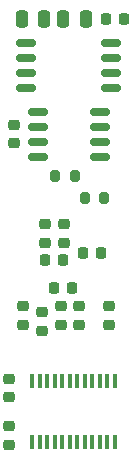
<source format=gbr>
%TF.GenerationSoftware,KiCad,Pcbnew,9.0.2-9.0.2-0~ubuntu22.04.1*%
%TF.CreationDate,2025-06-23T10:34:33-07:00*%
%TF.ProjectId,ds1486,64733134-3836-42e6-9b69-6361645f7063,rev?*%
%TF.SameCoordinates,Original*%
%TF.FileFunction,Paste,Bot*%
%TF.FilePolarity,Positive*%
%FSLAX46Y46*%
G04 Gerber Fmt 4.6, Leading zero omitted, Abs format (unit mm)*
G04 Created by KiCad (PCBNEW 9.0.2-9.0.2-0~ubuntu22.04.1) date 2025-06-23 10:34:33*
%MOMM*%
%LPD*%
G01*
G04 APERTURE LIST*
G04 Aperture macros list*
%AMRoundRect*
0 Rectangle with rounded corners*
0 $1 Rounding radius*
0 $2 $3 $4 $5 $6 $7 $8 $9 X,Y pos of 4 corners*
0 Add a 4 corners polygon primitive as box body*
4,1,4,$2,$3,$4,$5,$6,$7,$8,$9,$2,$3,0*
0 Add four circle primitives for the rounded corners*
1,1,$1+$1,$2,$3*
1,1,$1+$1,$4,$5*
1,1,$1+$1,$6,$7*
1,1,$1+$1,$8,$9*
0 Add four rect primitives between the rounded corners*
20,1,$1+$1,$2,$3,$4,$5,0*
20,1,$1+$1,$4,$5,$6,$7,0*
20,1,$1+$1,$6,$7,$8,$9,0*
20,1,$1+$1,$8,$9,$2,$3,0*%
G04 Aperture macros list end*
%ADD10RoundRect,0.225000X-0.250000X0.225000X-0.250000X-0.225000X0.250000X-0.225000X0.250000X0.225000X0*%
%ADD11RoundRect,0.200000X-0.200000X-0.275000X0.200000X-0.275000X0.200000X0.275000X-0.200000X0.275000X0*%
%ADD12RoundRect,0.225000X-0.225000X-0.250000X0.225000X-0.250000X0.225000X0.250000X-0.225000X0.250000X0*%
%ADD13RoundRect,0.150000X0.675000X0.150000X-0.675000X0.150000X-0.675000X-0.150000X0.675000X-0.150000X0*%
%ADD14RoundRect,0.250000X0.250000X0.475000X-0.250000X0.475000X-0.250000X-0.475000X0.250000X-0.475000X0*%
%ADD15RoundRect,0.250000X-0.250000X-0.475000X0.250000X-0.475000X0.250000X0.475000X-0.250000X0.475000X0*%
%ADD16RoundRect,0.225000X0.250000X-0.225000X0.250000X0.225000X-0.250000X0.225000X-0.250000X-0.225000X0*%
%ADD17RoundRect,0.162500X0.650000X0.162500X-0.650000X0.162500X-0.650000X-0.162500X0.650000X-0.162500X0*%
%ADD18RoundRect,0.225000X0.225000X0.250000X-0.225000X0.250000X-0.225000X-0.250000X0.225000X-0.250000X0*%
%ADD19R,0.400000X1.200000*%
G04 APERTURE END LIST*
D10*
%TO.C,C20*%
X114900000Y-73400000D03*
X114900000Y-74950000D03*
%TD*%
D11*
%TO.C,R38*%
X118400000Y-77750000D03*
X120050000Y-77750000D03*
%TD*%
D12*
%TO.C,C11*%
X118250000Y-87200000D03*
X119800000Y-87200000D03*
%TD*%
D13*
%TO.C,U6*%
X122200000Y-72340000D03*
X122200000Y-73610000D03*
X122200000Y-74880000D03*
X122200000Y-76150000D03*
X116950000Y-76150000D03*
X116950000Y-74880000D03*
X116950000Y-73610000D03*
X116950000Y-72340000D03*
%TD*%
D14*
%TO.C,C2*%
X120950000Y-64450000D03*
X119050000Y-64450000D03*
%TD*%
D10*
%TO.C,C6*%
X115650000Y-88800000D03*
X115650000Y-90350000D03*
%TD*%
D15*
%TO.C,C1*%
X115550000Y-64450000D03*
X117450000Y-64450000D03*
%TD*%
D16*
%TO.C,C16*%
X114450000Y-100500000D03*
X114450000Y-98950000D03*
%TD*%
D17*
%TO.C,U8*%
X123100000Y-66490000D03*
X123100000Y-67760000D03*
X123100000Y-69030000D03*
X123100000Y-70300000D03*
X115925000Y-70300000D03*
X115925000Y-69030000D03*
X115925000Y-67760000D03*
X115925000Y-66490000D03*
%TD*%
D12*
%TO.C,C17*%
X122650000Y-64500000D03*
X124200000Y-64500000D03*
%TD*%
D10*
%TO.C,C5*%
X118850000Y-88800000D03*
X118850000Y-90350000D03*
%TD*%
%TO.C,C13*%
X117550000Y-81850000D03*
X117550000Y-83400000D03*
%TD*%
%TO.C,C8*%
X119100000Y-81850000D03*
X119100000Y-83400000D03*
%TD*%
%TO.C,C12*%
X117294452Y-89300000D03*
X117294452Y-90850000D03*
%TD*%
D11*
%TO.C,R37*%
X120900000Y-79600000D03*
X122550000Y-79600000D03*
%TD*%
D10*
%TO.C,C14*%
X120400000Y-88800000D03*
X120400000Y-90350000D03*
%TD*%
D12*
%TO.C,C7*%
X117500000Y-84900000D03*
X119050000Y-84900000D03*
%TD*%
D10*
%TO.C,C15*%
X114450000Y-94950000D03*
X114450000Y-96500000D03*
%TD*%
%TO.C,C9*%
X122900000Y-88800000D03*
X122900000Y-90350000D03*
%TD*%
D18*
%TO.C,C10*%
X122275000Y-84250000D03*
X120725000Y-84250000D03*
%TD*%
D19*
%TO.C,U4*%
X116457500Y-95100000D03*
X117092500Y-95100000D03*
X117727500Y-95100000D03*
X118362500Y-95100000D03*
X118997500Y-95100000D03*
X119632500Y-95100000D03*
X120267500Y-95100000D03*
X120902500Y-95100000D03*
X121537500Y-95100000D03*
X122172500Y-95100000D03*
X122807500Y-95100000D03*
X123442500Y-95100000D03*
X123442500Y-100300000D03*
X122807500Y-100300000D03*
X122172500Y-100300000D03*
X121537500Y-100300000D03*
X120902500Y-100300000D03*
X120267500Y-100300000D03*
X119632500Y-100300000D03*
X118997500Y-100300000D03*
X118362500Y-100300000D03*
X117727500Y-100300000D03*
X117092500Y-100300000D03*
X116457500Y-100300000D03*
%TD*%
M02*

</source>
